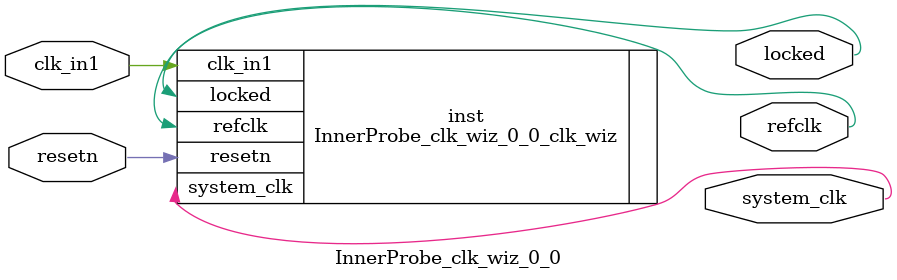
<source format=v>


`timescale 1ps/1ps

(* CORE_GENERATION_INFO = "InnerProbe_clk_wiz_0_0,clk_wiz_v6_0_3_0_0,{component_name=InnerProbe_clk_wiz_0_0,use_phase_alignment=false,use_min_o_jitter=false,use_max_i_jitter=false,use_dyn_phase_shift=false,use_inclk_switchover=false,use_dyn_reconfig=false,enable_axi=0,feedback_source=FDBK_AUTO,PRIMITIVE=MMCM,num_out_clk=2,clkin1_period=10.000,clkin2_period=10.000,use_power_down=false,use_reset=true,use_locked=true,use_inclk_stopped=false,feedback_type=SINGLE,CLOCK_MGR_TYPE=NA,manual_override=false}" *)

module InnerProbe_clk_wiz_0_0 
 (
  // Clock out ports
  output        system_clk,
  output        refclk,
  // Status and control signals
  input         resetn,
  output        locked,
 // Clock in ports
  input         clk_in1
 );

  InnerProbe_clk_wiz_0_0_clk_wiz inst
  (
  // Clock out ports  
  .system_clk(system_clk),
  .refclk(refclk),
  // Status and control signals               
  .resetn(resetn), 
  .locked(locked),
 // Clock in ports
  .clk_in1(clk_in1)
  );

endmodule

</source>
